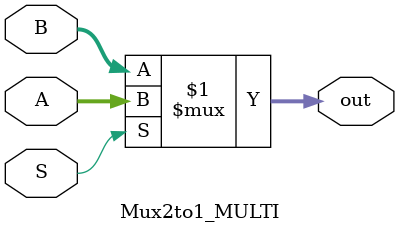
<source format=v>
module Mux2to1_MULTI(A,B,S,out);
input [64:0] A,B;
input S;
output [64:0] out;
assign out = S?A:B;  
endmodule
 

</source>
